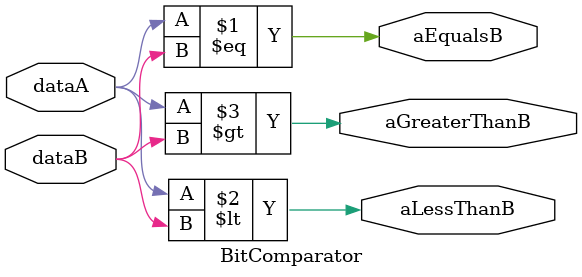
<source format=v>
/******************************************************************************
 ** Logisim-evolution goes FPGA automatic generated Verilog code             **
 ** https://github.com/logisim-evolution/                                    **
 **                                                                          **
 ** Component : BitComparator                                                **
 **                                                                          **
 *****************************************************************************/

module BitComparator( aEqualsB,
                      aGreaterThanB,
                      aLessThanB,
                      dataA,
                      dataB );

   /*******************************************************************************
   ** Here all module parameters are defined with a dummy value                  **
   *******************************************************************************/
   parameter twosComplement = 1;

   /*******************************************************************************
   ** The inputs are defined here                                                **
   *******************************************************************************/
   input dataA;
   input dataB;

   /*******************************************************************************
   ** The outputs are defined here                                               **
   *******************************************************************************/
   output aEqualsB;
   output aGreaterThanB;
   output aLessThanB;

   /*******************************************************************************
   ** The module functionality is described here                                 **
   *******************************************************************************/
   assign aEqualsB      = (dataA == dataB);
   assign aLessThanB    = (dataA < dataB);
   assign aGreaterThanB = (dataA > dataB);

endmodule

</source>
